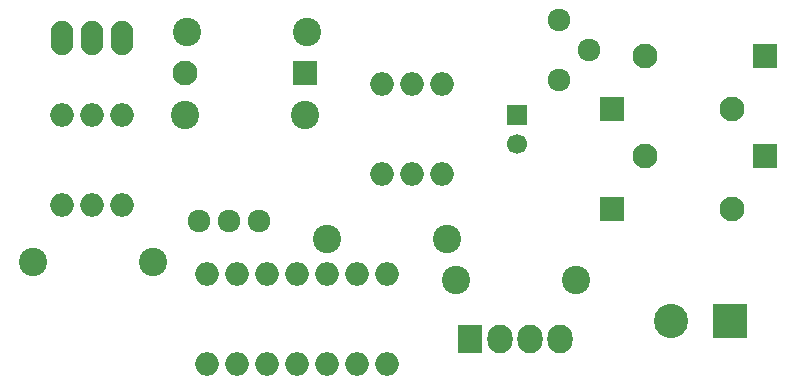
<source format=gbr>
G04 #@! TF.FileFunction,Soldermask,Top*
%FSLAX46Y46*%
G04 Gerber Fmt 4.6, Leading zero omitted, Abs format (unit mm)*
G04 Created by KiCad (PCBNEW 4.0.2-stable) date Sunday, 25 September 2016 16:48:15*
%MOMM*%
G01*
G04 APERTURE LIST*
%ADD10C,0.100000*%
%ADD11R,1.700000X1.700000*%
%ADD12C,1.700000*%
%ADD13C,2.099260*%
%ADD14R,2.099260X2.099260*%
%ADD15C,2.398980*%
%ADD16C,1.924000*%
%ADD17O,2.000000X2.000000*%
%ADD18R,2.127200X2.432000*%
%ADD19O,2.127200X2.432000*%
%ADD20O,1.901140X2.899360*%
%ADD21R,2.900000X2.900000*%
%ADD22C,2.900000*%
G04 APERTURE END LIST*
D10*
D11*
X55000000Y-26500000D03*
D12*
X55000000Y-29000000D03*
D13*
X73160520Y-25997460D03*
D14*
X63000520Y-25997460D03*
D13*
X65839480Y-21502540D03*
D14*
X75999480Y-21502540D03*
D13*
X65839480Y-30002540D03*
D14*
X75999480Y-30002540D03*
D13*
X73160520Y-34497460D03*
D14*
X63000520Y-34497460D03*
D13*
X26839480Y-23002540D03*
D14*
X36999480Y-23002540D03*
D15*
X60000000Y-40500000D03*
X49840000Y-40500000D03*
X49000000Y-37000000D03*
X38840000Y-37000000D03*
X14000000Y-39000000D03*
X24160000Y-39000000D03*
X27000000Y-19500000D03*
X37160000Y-19500000D03*
X37000000Y-26500000D03*
X26840000Y-26500000D03*
D16*
X30540000Y-35500000D03*
X33080000Y-35500000D03*
X28000000Y-35500000D03*
D17*
X44000000Y-40000000D03*
X41460000Y-40000000D03*
X38920000Y-40000000D03*
X36380000Y-40000000D03*
X33840000Y-40000000D03*
X31300000Y-40000000D03*
X28760000Y-40000000D03*
X28760000Y-47620000D03*
X31300000Y-47620000D03*
X33840000Y-47620000D03*
X36380000Y-47620000D03*
X38920000Y-47620000D03*
X41460000Y-47620000D03*
X44000000Y-47620000D03*
X43500000Y-31500000D03*
X46040000Y-31500000D03*
X48580000Y-31500000D03*
X48580000Y-23880000D03*
X46040000Y-23880000D03*
X43500000Y-23880000D03*
X21500000Y-26500000D03*
X18960000Y-26500000D03*
X16420000Y-26500000D03*
X16420000Y-34120000D03*
X18960000Y-34120000D03*
X21500000Y-34120000D03*
D18*
X51000000Y-45500000D03*
D19*
X53540000Y-45500000D03*
X56080000Y-45500000D03*
X58620000Y-45500000D03*
D20*
X19000000Y-20000000D03*
X16460000Y-20000000D03*
X21540000Y-20000000D03*
D16*
X61040000Y-21040000D03*
X58500000Y-23580000D03*
X58500000Y-18500000D03*
D21*
X73000000Y-44000000D03*
D22*
X68000000Y-44000000D03*
M02*

</source>
